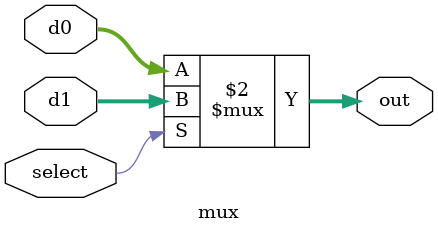
<source format=v>
`timescale 1ns / 1ps


module mux(
    input wire [1:0] d0,
    input wire [1:0] d1,
    input select,
    output [1:0] out
    );
    assign out = (select==1)?d1:d0;

endmodule

</source>
